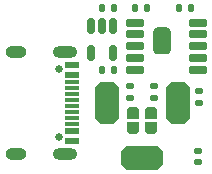
<source format=gbr>
%TF.GenerationSoftware,KiCad,Pcbnew,8.0.6-8.0.6-0~ubuntu24.04.1*%
%TF.CreationDate,2024-11-20T23:40:03+01:00*%
%TF.ProjectId,lumen_PD,6c756d65-6e5f-4504-942e-6b696361645f,rev?*%
%TF.SameCoordinates,Original*%
%TF.FileFunction,Soldermask,Top*%
%TF.FilePolarity,Negative*%
%FSLAX46Y46*%
G04 Gerber Fmt 4.6, Leading zero omitted, Abs format (unit mm)*
G04 Created by KiCad (PCBNEW 8.0.6-8.0.6-0~ubuntu24.04.1) date 2024-11-20 23:40:03*
%MOMM*%
%LPD*%
G01*
G04 APERTURE LIST*
G04 Aperture macros list*
%AMRoundRect*
0 Rectangle with rounded corners*
0 $1 Rounding radius*
0 $2 $3 $4 $5 $6 $7 $8 $9 X,Y pos of 4 corners*
0 Add a 4 corners polygon primitive as box body*
4,1,4,$2,$3,$4,$5,$6,$7,$8,$9,$2,$3,0*
0 Add four circle primitives for the rounded corners*
1,1,$1+$1,$2,$3*
1,1,$1+$1,$4,$5*
1,1,$1+$1,$6,$7*
1,1,$1+$1,$8,$9*
0 Add four rect primitives between the rounded corners*
20,1,$1+$1,$2,$3,$4,$5,0*
20,1,$1+$1,$4,$5,$6,$7,0*
20,1,$1+$1,$6,$7,$8,$9,0*
20,1,$1+$1,$8,$9,$2,$3,0*%
%AMOutline5P*
0 Free polygon, 5 corners , with rotation*
0 The origin of the aperture is its center*
0 number of corners: always 5*
0 $1 to $10 corner X, Y*
0 $11 Rotation angle, in degrees counterclockwise*
0 create outline with 5 corners*
4,1,5,$1,$2,$3,$4,$5,$6,$7,$8,$9,$10,$1,$2,$11*%
%AMOutline6P*
0 Free polygon, 6 corners , with rotation*
0 The origin of the aperture is its center*
0 number of corners: always 6*
0 $1 to $12 corner X, Y*
0 $13 Rotation angle, in degrees counterclockwise*
0 create outline with 6 corners*
4,1,6,$1,$2,$3,$4,$5,$6,$7,$8,$9,$10,$11,$12,$1,$2,$13*%
%AMOutline7P*
0 Free polygon, 7 corners , with rotation*
0 The origin of the aperture is its center*
0 number of corners: always 7*
0 $1 to $14 corner X, Y*
0 $15 Rotation angle, in degrees counterclockwise*
0 create outline with 7 corners*
4,1,7,$1,$2,$3,$4,$5,$6,$7,$8,$9,$10,$11,$12,$13,$14,$1,$2,$15*%
%AMOutline8P*
0 Free polygon, 8 corners , with rotation*
0 The origin of the aperture is its center*
0 number of corners: always 8*
0 $1 to $16 corner X, Y*
0 $17 Rotation angle, in degrees counterclockwise*
0 create outline with 8 corners*
4,1,8,$1,$2,$3,$4,$5,$6,$7,$8,$9,$10,$11,$12,$13,$14,$15,$16,$1,$2,$17*%
G04 Aperture macros list end*
%ADD10Outline6P,-0.500000X0.300000X-0.300000X0.500000X0.500000X0.500000X0.500000X-0.500000X-0.300000X-0.500000X-0.500000X-0.300000X90.000000*%
%ADD11Outline6P,-0.500000X0.500000X0.300000X0.500000X0.500000X0.300000X0.500000X-0.300000X0.300000X-0.500000X-0.500000X-0.500000X90.000000*%
%ADD12Outline8P,-1.000000X1.350000X-0.600000X1.750000X0.600000X1.750000X1.000000X1.350000X1.000000X-1.350000X0.600000X-1.750000X-0.600000X-1.750000X-1.000000X-1.350000X0.000000*%
%ADD13Outline8P,-1.750000X0.600000X-1.350000X1.000000X1.350000X1.000000X1.750000X0.600000X1.750000X-0.600000X1.350000X-1.000000X-1.350000X-1.000000X-1.750000X-0.600000X0.000000*%
%ADD14RoundRect,0.147500X-0.172500X0.147500X-0.172500X-0.147500X0.172500X-0.147500X0.172500X0.147500X0*%
%ADD15RoundRect,0.135000X0.185000X-0.135000X0.185000X0.135000X-0.185000X0.135000X-0.185000X-0.135000X0*%
%ADD16C,0.650000*%
%ADD17R,1.240000X0.600000*%
%ADD18R,1.240000X0.300000*%
%ADD19O,2.100000X1.000000*%
%ADD20O,1.800000X1.000000*%
%ADD21RoundRect,0.135000X-0.185000X0.135000X-0.185000X-0.135000X0.185000X-0.135000X0.185000X0.135000X0*%
%ADD22RoundRect,0.381000X0.381000X-0.762000X0.381000X0.762000X-0.381000X0.762000X-0.381000X-0.762000X0*%
%ADD23RoundRect,0.150000X-0.637500X-0.150000X0.637500X-0.150000X0.637500X0.150000X-0.637500X0.150000X0*%
%ADD24RoundRect,0.135000X0.135000X0.185000X-0.135000X0.185000X-0.135000X-0.185000X0.135000X-0.185000X0*%
%ADD25RoundRect,0.150000X-0.150000X0.512500X-0.150000X-0.512500X0.150000X-0.512500X0.150000X0.512500X0*%
%ADD26RoundRect,0.140000X-0.140000X-0.170000X0.140000X-0.170000X0.140000X0.170000X-0.140000X0.170000X0*%
G04 APERTURE END LIST*
D10*
%TO.C,JP2*%
X105850000Y-67500000D03*
D11*
X105850000Y-66200000D03*
%TD*%
D12*
%TO.C,J2*%
X108115000Y-65302500D03*
X102115000Y-65302500D03*
D13*
X105115000Y-70002500D03*
%TD*%
D14*
%TO.C,D1*%
X109800000Y-69365000D03*
X109800000Y-70335000D03*
%TD*%
D15*
%TO.C,R5*%
X106150000Y-64960000D03*
X106150000Y-63940000D03*
%TD*%
D10*
%TO.C,JP1*%
X104350000Y-67500000D03*
D11*
X104350000Y-66200000D03*
%TD*%
D16*
%TO.C,J1*%
X98080000Y-62442500D03*
X98080000Y-68222500D03*
D17*
X99200000Y-62132500D03*
X99200000Y-62932500D03*
D18*
X99200000Y-64082500D03*
X99200000Y-65082500D03*
X99200000Y-65582500D03*
X99200000Y-66582500D03*
D17*
X99200000Y-67732500D03*
X99200000Y-68532500D03*
X99200000Y-68532500D03*
X99200000Y-67732500D03*
D18*
X99200000Y-67082500D03*
X99200000Y-66082500D03*
X99200000Y-64582500D03*
X99200000Y-63582500D03*
D17*
X99200000Y-62932500D03*
X99200000Y-62132500D03*
D19*
X98600000Y-61012500D03*
D20*
X94400000Y-61012500D03*
D19*
X98600000Y-69652500D03*
D20*
X94400000Y-69652500D03*
%TD*%
D21*
%TO.C,R4*%
X104050000Y-63940000D03*
X104050000Y-64960000D03*
%TD*%
D22*
%TO.C,U1*%
X106750000Y-60127500D03*
D23*
X104487500Y-58527500D03*
X104487500Y-59527500D03*
X104487500Y-60527500D03*
X104487500Y-61527500D03*
X104487500Y-62527500D03*
X109812500Y-62527500D03*
X109812500Y-61527500D03*
X109812500Y-60527500D03*
X109812500Y-59527500D03*
X109812500Y-58527500D03*
%TD*%
D24*
%TO.C,R2*%
X105560000Y-57302500D03*
X104540000Y-57302500D03*
%TD*%
D25*
%TO.C,U2*%
X102665000Y-58802500D03*
X101715000Y-58802500D03*
X100765000Y-58802500D03*
X100765000Y-61077500D03*
X102665000Y-61077500D03*
%TD*%
D26*
%TO.C,C3*%
X101735000Y-62540000D03*
X102695000Y-62540000D03*
%TD*%
%TO.C,C2*%
X101735000Y-57340000D03*
X102695000Y-57340000D03*
%TD*%
D24*
%TO.C,R3*%
X109260000Y-57300000D03*
X108240000Y-57300000D03*
%TD*%
D15*
%TO.C,R1*%
X109900000Y-65360000D03*
X109900000Y-64340000D03*
%TD*%
M02*

</source>
